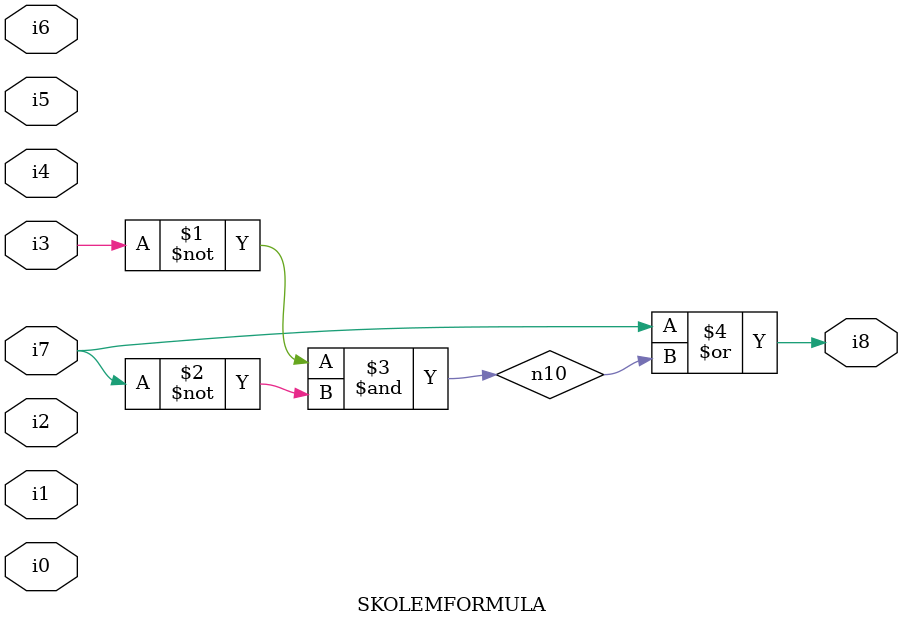
<source format=v>

module SKOLEMFORMULA ( 
    i0, i1, i2, i3, i4, i5, i6, i7,
    i8  );
  input  i0, i1, i2, i3, i4, i5, i6, i7;
  output i8;
  wire n10;
  assign n10 = ~i3 & ~i7;
  assign i8 = i7 | n10;
endmodule



</source>
